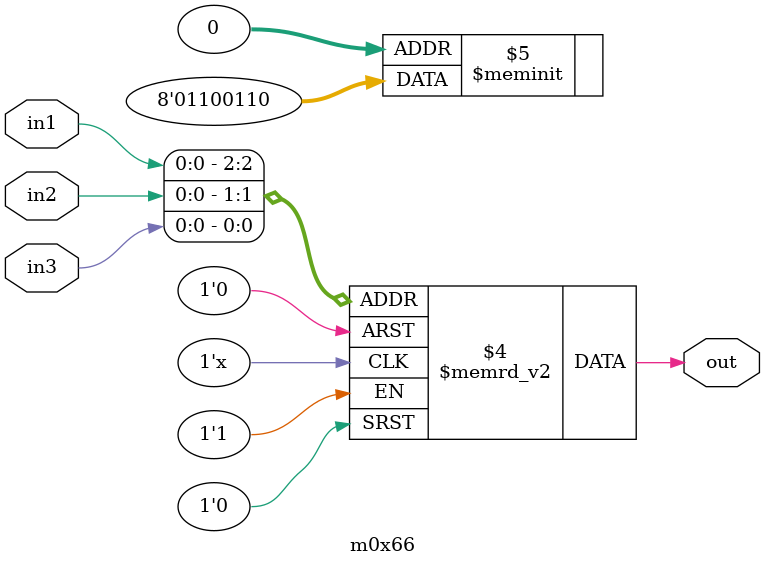
<source format=v>
module m0x66(output out, input in1, in2, in3);

   always @(in1, in2, in3)
     begin
        case({in1, in2, in3})
          3'b000: {out} = 1'b0;
          3'b001: {out} = 1'b1;
          3'b010: {out} = 1'b1;
          3'b011: {out} = 1'b0;
          3'b100: {out} = 1'b0;
          3'b101: {out} = 1'b1;
          3'b110: {out} = 1'b1;
          3'b111: {out} = 1'b0;
        endcase // case ({in1, in2, in3})
     end // always @ (in1, in2, in3)

endmodule // m0x66
</source>
